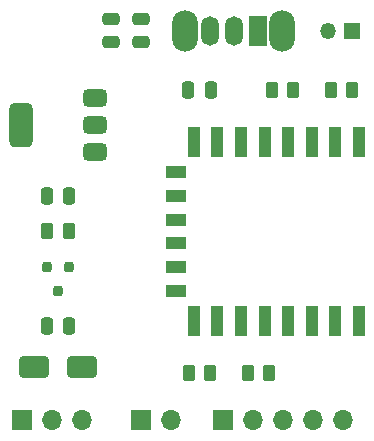
<source format=gts>
%TF.GenerationSoftware,KiCad,Pcbnew,8.0.7*%
%TF.CreationDate,2025-01-03T22:16:07+08:00*%
%TF.ProjectId,remote_fingers_ESP8266,72656d6f-7465-45f6-9669-6e676572735f,rev?*%
%TF.SameCoordinates,Original*%
%TF.FileFunction,Soldermask,Top*%
%TF.FilePolarity,Negative*%
%FSLAX46Y46*%
G04 Gerber Fmt 4.6, Leading zero omitted, Abs format (unit mm)*
G04 Created by KiCad (PCBNEW 8.0.7) date 2025-01-03 22:16:07*
%MOMM*%
%LPD*%
G01*
G04 APERTURE LIST*
G04 Aperture macros list*
%AMRoundRect*
0 Rectangle with rounded corners*
0 $1 Rounding radius*
0 $2 $3 $4 $5 $6 $7 $8 $9 X,Y pos of 4 corners*
0 Add a 4 corners polygon primitive as box body*
4,1,4,$2,$3,$4,$5,$6,$7,$8,$9,$2,$3,0*
0 Add four circle primitives for the rounded corners*
1,1,$1+$1,$2,$3*
1,1,$1+$1,$4,$5*
1,1,$1+$1,$6,$7*
1,1,$1+$1,$8,$9*
0 Add four rect primitives between the rounded corners*
20,1,$1+$1,$2,$3,$4,$5,0*
20,1,$1+$1,$4,$5,$6,$7,0*
20,1,$1+$1,$6,$7,$8,$9,0*
20,1,$1+$1,$8,$9,$2,$3,0*%
G04 Aperture macros list end*
%ADD10R,1.000000X2.500000*%
%ADD11R,1.800000X1.000000*%
%ADD12RoundRect,0.375000X0.625000X0.375000X-0.625000X0.375000X-0.625000X-0.375000X0.625000X-0.375000X0*%
%ADD13RoundRect,0.500000X0.500000X1.400000X-0.500000X1.400000X-0.500000X-1.400000X0.500000X-1.400000X0*%
%ADD14O,2.200000X3.500000*%
%ADD15R,1.500000X2.500000*%
%ADD16O,1.500000X2.500000*%
%ADD17RoundRect,0.250000X0.262500X0.450000X-0.262500X0.450000X-0.262500X-0.450000X0.262500X-0.450000X0*%
%ADD18RoundRect,0.250000X-0.262500X-0.450000X0.262500X-0.450000X0.262500X0.450000X-0.262500X0.450000X0*%
%ADD19RoundRect,0.200000X-0.200000X0.250000X-0.200000X-0.250000X0.200000X-0.250000X0.200000X0.250000X0*%
%ADD20R,1.700000X1.700000*%
%ADD21O,1.700000X1.700000*%
%ADD22R,1.350000X1.350000*%
%ADD23O,1.350000X1.350000*%
%ADD24RoundRect,0.250000X-1.000000X-0.650000X1.000000X-0.650000X1.000000X0.650000X-1.000000X0.650000X0*%
%ADD25RoundRect,0.250000X0.250000X0.475000X-0.250000X0.475000X-0.250000X-0.475000X0.250000X-0.475000X0*%
%ADD26RoundRect,0.250000X-0.475000X0.250000X-0.475000X-0.250000X0.475000X-0.250000X0.475000X0.250000X0*%
G04 APERTURE END LIST*
D10*
%TO.C,U2*%
X103500000Y-92400000D03*
X101500000Y-92400000D03*
X99500000Y-92400000D03*
X97500000Y-92400000D03*
X95500000Y-92400000D03*
X93500000Y-92400000D03*
X91500000Y-92400000D03*
X89500000Y-92400000D03*
D11*
X88000000Y-95000000D03*
X88000000Y-97000000D03*
X88000000Y-99000000D03*
X88000000Y-101000000D03*
X88000000Y-103000000D03*
X88000000Y-105000000D03*
D10*
X89500000Y-107600000D03*
X91500000Y-107600000D03*
X93500000Y-107600000D03*
X95500000Y-107600000D03*
X97500000Y-107600000D03*
X99500000Y-107600000D03*
X101500000Y-107600000D03*
X103500000Y-107600000D03*
%TD*%
D12*
%TO.C,U1*%
X81150000Y-93300000D03*
X81150000Y-91000000D03*
D13*
X74850000Y-91000000D03*
D12*
X81150000Y-88700000D03*
%TD*%
D14*
%TO.C,SW1*%
X97000000Y-83000000D03*
X88800000Y-83000000D03*
D15*
X94900000Y-83000000D03*
D16*
X92900000Y-83000000D03*
X90900000Y-83000000D03*
%TD*%
D17*
%TO.C,R6*%
X89087500Y-112000000D03*
X90912500Y-112000000D03*
%TD*%
D18*
%TO.C,R5*%
X77087500Y-100000000D03*
X78912500Y-100000000D03*
%TD*%
D17*
%TO.C,R4*%
X97912500Y-88000000D03*
X96087500Y-88000000D03*
%TD*%
%TO.C,R3*%
X95912500Y-112000000D03*
X94087500Y-112000000D03*
%TD*%
D18*
%TO.C,R2*%
X101087500Y-88000000D03*
X102912500Y-88000000D03*
%TD*%
D19*
%TO.C,Q1*%
X78950000Y-103000000D03*
X77050000Y-103000000D03*
X78000000Y-105000000D03*
%TD*%
D20*
%TO.C,J4*%
X85000000Y-116000000D03*
D21*
X87540000Y-116000000D03*
%TD*%
D20*
%TO.C,J3*%
X92000000Y-116000000D03*
D21*
X94540000Y-116000000D03*
X97080000Y-116000000D03*
X99620000Y-116000000D03*
X102160000Y-116000000D03*
%TD*%
D20*
%TO.C,J2*%
X75000000Y-116000000D03*
D21*
X77540000Y-116000000D03*
X80080000Y-116000000D03*
%TD*%
D22*
%TO.C,J1*%
X102900000Y-83000000D03*
D23*
X100900000Y-83000000D03*
%TD*%
D24*
%TO.C,D1*%
X80000000Y-111500000D03*
X76000000Y-111500000D03*
%TD*%
D25*
%TO.C,C7*%
X78950000Y-108000000D03*
X77050000Y-108000000D03*
%TD*%
%TO.C,C6*%
X90950000Y-88000000D03*
X89050000Y-88000000D03*
%TD*%
%TO.C,C3*%
X77050000Y-97000000D03*
X78950000Y-97000000D03*
%TD*%
D26*
%TO.C,C2*%
X82500000Y-82050000D03*
X82500000Y-83950000D03*
%TD*%
%TO.C,C1*%
X85000000Y-83950000D03*
X85000000Y-82050000D03*
%TD*%
M02*

</source>
